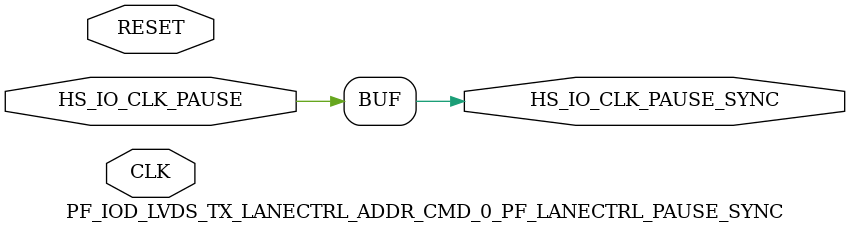
<source format=v>


module PF_IOD_LVDS_TX_LANECTRL_ADDR_CMD_0_PF_LANECTRL_PAUSE_SYNC( CLK, RESET, HS_IO_CLK_PAUSE, HS_IO_CLK_PAUSE_SYNC );
	
	input CLK, RESET, HS_IO_CLK_PAUSE;
	output HS_IO_CLK_PAUSE_SYNC;

	parameter ENABLE_PAUSE_EXTENSION = 2'b00;

	reg pause_reg_0, pause_reg_1, pause;
	wire pause_sync_0_i;

	generate 
		if( ENABLE_PAUSE_EXTENSION == 3'b000 ) begin : feed
			assign HS_IO_CLK_PAUSE_SYNC = HS_IO_CLK_PAUSE;
		end else if( ENABLE_PAUSE_EXTENSION == 3'b001 ) begin : pipe
			(* HS_IO_CLK_PAUSE_SYNC = 1, syn_keep = 1 *) SLE pause_sync_0(
				.CLK( CLK ),
				.D( HS_IO_CLK_PAUSE ),
				.Q( pause_sync_0_i ),
				.LAT( 1'b0 ),
				.EN( 1'b1 ),
				.ALn( ~RESET ),
				.ADn( 1'b1 ),
				.SLn( 1'b1 ),
				.SD( 1'b0 )
				);

			(* HS_IO_CLK_PAUSE_SYNC = 1, syn_keep = 1 *) SLE pause_sync (
				.CLK( CLK ),
				.D( pause_sync_0_i ),
				.Q( HS_IO_CLK_PAUSE_SYNC ),
				.LAT( 1'b0 ),
				.EN( 1'b1 ),
				.ALn( ~RESET ),
				.ADn( 1'b1 ),
				.SLn( 1'b1 ),
				.SD( 1'b0 )
				);
		end else if ( ENABLE_PAUSE_EXTENSION == 3'b010 ) begin : ext_pipe
			always @(posedge CLK or posedge RESET) begin : ext
				if( RESET == 1'b1 ) begin
					pause_reg_0 <= 1'b0;
					pause_reg_1 <= 1'b0;
					pause <= 1'b0;
				end else begin
					pause_reg_0 <= HS_IO_CLK_PAUSE;
					pause_reg_1 <= pause_reg_0;
					if( HS_IO_CLK_PAUSE == 1'b0 && pause_reg_0 ==1'b1 && pause_reg_1 == 1'b0 )
						pause <= 1'b1; // Extend by 1 cycle if the pulse is less than a cycle
					else
						pause <= HS_IO_CLK_PAUSE;
				end
			end

			(* HS_IO_CLK_PAUSE_SYNC = 1, syn_keep = 1 *) SLE pause_sync (
				.CLK( CLK ),
				.D( pause ),
				.Q( HS_IO_CLK_PAUSE_SYNC ),
				.LAT( 1'b0 ),
				.EN( 1'b1 ),
				.ALn( ~RESET ),
				.ADn( 1'b1 ),
				.SLn( 1'b1 ),
				.SD( 1'b0 )
				);
		end else if ( ENABLE_PAUSE_EXTENSION == 3'b011 ) begin : pipe_fall 
			(* HS_IO_CLK_PAUSE_SYNC = 1, syn_keep = 1 *) SLE pause_sync_0 (
				.CLK( CLK ),
				.D( HS_IO_CLK_PAUSE ),
				.Q( pause_sync_0_i ),
				.LAT( 1'b0 ),
				.EN( 1'b1 ),
				.ALn( ~RESET ),
				.ADn( 1'b1 ),
				.SLn( 1'b1 ),
				.SD( 1'b0 )
				);

			(* HS_IO_CLK_PAUSE_SYNC = 1, syn_keep = 1 *) SLE pause_sync (
				.CLK( ~CLK ),
				.D( pause_sync_0_i ),
				.Q( HS_IO_CLK_PAUSE_SYNC ),
				.LAT( 1'b0 ),
				.EN( 1'b1 ),
				.ALn( ~RESET ),
				.ADn( 1'b1 ),
				.SLn( 1'b1 ),
				.SD( 1'b0 )
				);
		end else if ( ENABLE_PAUSE_EXTENSION == 3'b100 ) begin : ext_pipe_fall 
			always @(posedge CLK or posedge RESET) begin : ext
				if( RESET == 1'b1 ) begin
					pause_reg_0 <= 1'b0;
					pause_reg_1 <= 1'b0;
					pause <= 1'b0;
				end else begin
					pause_reg_0 <= HS_IO_CLK_PAUSE;
					pause_reg_1 <= pause_reg_0;
					if( HS_IO_CLK_PAUSE == 1'b0 && pause_reg_0 ==1'b1 && pause_reg_1 == 1'b0 )
						pause <= 1'b1; // Extend by 1 cycle if the pulse is less than a cycle
					else
						pause <= HS_IO_CLK_PAUSE;
				end
			end

			(* HS_IO_CLK_PAUSE_SYNC = 1, syn_keep = 1 *) SLE pause_sync (
				.CLK( ~CLK ),
				.D( pause ),
				.Q( HS_IO_CLK_PAUSE_SYNC ),
				.LAT( 1'b0 ),
				.EN( 1'b1 ),
				.ALn( ~RESET ),
				.ADn( 1'b1 ),
				.SLn( 1'b1 ),
				.SD( 1'b0 )
				);
		end
	endgenerate

endmodule
</source>
